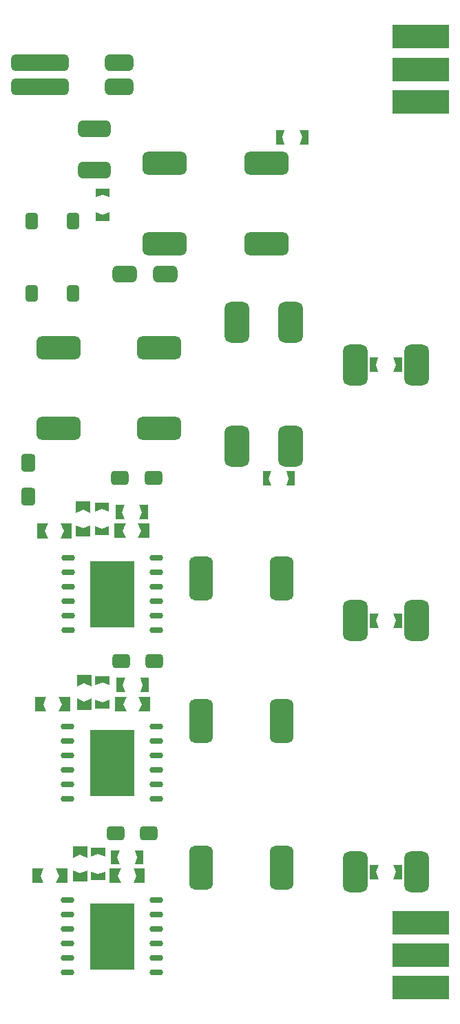
<source format=gtp>
G04 Layer_Color=8421504*
%FSLAX24Y24*%
%MOIN*%
G70*
G01*
G75*
G04:AMPARAMS|DCode=11|XSize=80mil|YSize=60mil|CornerRadius=15mil|HoleSize=0mil|Usage=FLASHONLY|Rotation=90.000|XOffset=0mil|YOffset=0mil|HoleType=Round|Shape=RoundedRectangle|*
%AMROUNDEDRECTD11*
21,1,0.0800,0.0300,0,0,90.0*
21,1,0.0500,0.0600,0,0,90.0*
1,1,0.0300,0.0150,0.0250*
1,1,0.0300,0.0150,-0.0250*
1,1,0.0300,-0.0150,-0.0250*
1,1,0.0300,-0.0150,0.0250*
%
%ADD11ROUNDEDRECTD11*%
G04:AMPARAMS|DCode=14|XSize=196.9mil|YSize=118.1mil|CornerRadius=29.5mil|HoleSize=0mil|Usage=FLASHONLY|Rotation=270.000|XOffset=0mil|YOffset=0mil|HoleType=Round|Shape=RoundedRectangle|*
%AMROUNDEDRECTD14*
21,1,0.1969,0.0591,0,0,270.0*
21,1,0.1378,0.1181,0,0,270.0*
1,1,0.0591,-0.0295,-0.0689*
1,1,0.0591,-0.0295,0.0689*
1,1,0.0591,0.0295,0.0689*
1,1,0.0591,0.0295,-0.0689*
%
%ADD14ROUNDEDRECTD14*%
%ADD15O,0.0669X0.0280*%
%ADD16R,0.2169X0.3209*%
G04:AMPARAMS|DCode=17|XSize=78.7mil|YSize=157.5mil|CornerRadius=19.7mil|HoleSize=0mil|Usage=FLASHONLY|Rotation=90.000|XOffset=0mil|YOffset=0mil|HoleType=Round|Shape=RoundedRectangle|*
%AMROUNDEDRECTD17*
21,1,0.0787,0.1181,0,0,90.0*
21,1,0.0394,0.1575,0,0,90.0*
1,1,0.0394,0.0591,0.0197*
1,1,0.0394,0.0591,-0.0197*
1,1,0.0394,-0.0591,-0.0197*
1,1,0.0394,-0.0591,0.0197*
%
%ADD17ROUNDEDRECTD17*%
G04:AMPARAMS|DCode=18|XSize=212.6mil|YSize=114.2mil|CornerRadius=28.5mil|HoleSize=0mil|Usage=FLASHONLY|Rotation=270.000|XOffset=0mil|YOffset=0mil|HoleType=Round|Shape=RoundedRectangle|*
%AMROUNDEDRECTD18*
21,1,0.2126,0.0571,0,0,270.0*
21,1,0.1555,0.1142,0,0,270.0*
1,1,0.0571,-0.0285,-0.0778*
1,1,0.0571,-0.0285,0.0778*
1,1,0.0571,0.0285,0.0778*
1,1,0.0571,0.0285,-0.0778*
%
%ADD18ROUNDEDRECTD18*%
G04:AMPARAMS|DCode=19|XSize=212.6mil|YSize=114.2mil|CornerRadius=28.5mil|HoleSize=0mil|Usage=FLASHONLY|Rotation=180.000|XOffset=0mil|YOffset=0mil|HoleType=Round|Shape=RoundedRectangle|*
%AMROUNDEDRECTD19*
21,1,0.2126,0.0571,0,0,180.0*
21,1,0.1555,0.1142,0,0,180.0*
1,1,0.0571,-0.0778,0.0285*
1,1,0.0571,0.0778,0.0285*
1,1,0.0571,0.0778,-0.0285*
1,1,0.0571,-0.0778,-0.0285*
%
%ADD19ROUNDEDRECTD19*%
G04:AMPARAMS|DCode=23|XSize=78.7mil|YSize=118.1mil|CornerRadius=19.7mil|HoleSize=0mil|Usage=FLASHONLY|Rotation=90.000|XOffset=0mil|YOffset=0mil|HoleType=Round|Shape=RoundedRectangle|*
%AMROUNDEDRECTD23*
21,1,0.0787,0.0787,0,0,90.0*
21,1,0.0394,0.1181,0,0,90.0*
1,1,0.0394,0.0394,0.0197*
1,1,0.0394,0.0394,-0.0197*
1,1,0.0394,-0.0394,-0.0197*
1,1,0.0394,-0.0394,0.0197*
%
%ADD23ROUNDEDRECTD23*%
G04:AMPARAMS|DCode=24|XSize=86.6mil|YSize=68.9mil|CornerRadius=17.2mil|HoleSize=0mil|Usage=FLASHONLY|Rotation=180.000|XOffset=0mil|YOffset=0mil|HoleType=Round|Shape=RoundedRectangle|*
%AMROUNDEDRECTD24*
21,1,0.0866,0.0344,0,0,180.0*
21,1,0.0522,0.0689,0,0,180.0*
1,1,0.0344,-0.0261,0.0172*
1,1,0.0344,0.0261,0.0172*
1,1,0.0344,0.0261,-0.0172*
1,1,0.0344,-0.0261,-0.0172*
%
%ADD24ROUNDEDRECTD24*%
G04:AMPARAMS|DCode=25|XSize=86.6mil|YSize=68.9mil|CornerRadius=17.2mil|HoleSize=0mil|Usage=FLASHONLY|Rotation=270.000|XOffset=0mil|YOffset=0mil|HoleType=Round|Shape=RoundedRectangle|*
%AMROUNDEDRECTD25*
21,1,0.0866,0.0344,0,0,270.0*
21,1,0.0522,0.0689,0,0,270.0*
1,1,0.0344,-0.0172,-0.0261*
1,1,0.0344,-0.0172,0.0261*
1,1,0.0344,0.0172,0.0261*
1,1,0.0344,0.0172,-0.0261*
%
%ADD25ROUNDEDRECTD25*%
%ADD26R,0.2756X0.1181*%
G04:AMPARAMS|DCode=27|XSize=137.8mil|YSize=78.7mil|CornerRadius=19.7mil|HoleSize=0mil|Usage=FLASHONLY|Rotation=0.000|XOffset=0mil|YOffset=0mil|HoleType=Round|Shape=RoundedRectangle|*
%AMROUNDEDRECTD27*
21,1,0.1378,0.0394,0,0,0.0*
21,1,0.0984,0.0787,0,0,0.0*
1,1,0.0394,0.0492,-0.0197*
1,1,0.0394,-0.0492,-0.0197*
1,1,0.0394,-0.0492,0.0197*
1,1,0.0394,0.0492,0.0197*
%
%ADD27ROUNDEDRECTD27*%
G04:AMPARAMS|DCode=28|XSize=279.5mil|YSize=78.7mil|CornerRadius=19.7mil|HoleSize=0mil|Usage=FLASHONLY|Rotation=0.000|XOffset=0mil|YOffset=0mil|HoleType=Round|Shape=RoundedRectangle|*
%AMROUNDEDRECTD28*
21,1,0.2795,0.0394,0,0,0.0*
21,1,0.2402,0.0787,0,0,0.0*
1,1,0.0394,0.1201,-0.0197*
1,1,0.0394,-0.1201,-0.0197*
1,1,0.0394,-0.1201,0.0197*
1,1,0.0394,0.1201,0.0197*
%
%ADD28ROUNDEDRECTD28*%
G04:AMPARAMS|DCode=29|XSize=118.1mil|YSize=196.9mil|CornerRadius=29.5mil|HoleSize=0mil|Usage=FLASHONLY|Rotation=0.000|XOffset=0mil|YOffset=0mil|HoleType=Round|Shape=RoundedRectangle|*
%AMROUNDEDRECTD29*
21,1,0.1181,0.1378,0,0,0.0*
21,1,0.0591,0.1969,0,0,0.0*
1,1,0.0591,0.0295,-0.0689*
1,1,0.0591,-0.0295,-0.0689*
1,1,0.0591,-0.0295,0.0689*
1,1,0.0591,0.0295,0.0689*
%
%ADD29ROUNDEDRECTD29*%
G36*
X48789Y58012D02*
X48376D01*
X48494Y58356D01*
X48376Y58701D01*
X48789D01*
Y58012D01*
D02*
G37*
G36*
X47530Y58356D02*
X47648Y58012D01*
X47234D01*
Y58701D01*
X47648D01*
X47530Y58356D01*
D02*
G37*
G36*
X39173Y55453D02*
X38829Y55571D01*
X38484Y55453D01*
Y55866D01*
X39173D01*
Y55453D01*
D02*
G37*
G36*
Y54311D02*
X38484D01*
Y54724D01*
X38829Y54606D01*
X39173Y54724D01*
Y54311D01*
D02*
G37*
G36*
X53317Y46998D02*
X52904D01*
X53022Y47343D01*
X52904Y47687D01*
X53317D01*
Y46998D01*
D02*
G37*
G36*
X52057Y47343D02*
X52175Y46998D01*
X51762D01*
Y47687D01*
X52175D01*
X52057Y47343D01*
D02*
G37*
G36*
X48140Y41506D02*
X47726D01*
X47844Y41850D01*
X47726Y42195D01*
X48140D01*
Y41506D01*
D02*
G37*
G36*
X46880Y41850D02*
X46998Y41506D01*
X46585D01*
Y42195D01*
X46998D01*
X46880Y41850D01*
D02*
G37*
G36*
X39144Y40246D02*
X38799Y40364D01*
X38455Y40246D01*
Y40659D01*
X39144D01*
Y40246D01*
D02*
G37*
G36*
X38248Y40167D02*
X37894Y40325D01*
X37539Y40167D01*
Y40718D01*
X38248D01*
Y40167D01*
D02*
G37*
G36*
X41024Y39862D02*
X40610D01*
X40728Y40207D01*
X40610Y40551D01*
X41024D01*
Y39862D01*
D02*
G37*
G36*
X39764Y40207D02*
X39882Y39862D01*
X39469D01*
Y40551D01*
X39882D01*
X39764Y40207D01*
D02*
G37*
G36*
X38248Y39026D02*
X37539D01*
Y39577D01*
X37894Y39419D01*
X38248Y39577D01*
Y39026D01*
D02*
G37*
G36*
X39144Y39104D02*
X38455D01*
Y39518D01*
X38799Y39400D01*
X39144Y39518D01*
Y39104D01*
D02*
G37*
G36*
X41093Y38957D02*
X40541D01*
X40699Y39311D01*
X40541Y39665D01*
X41093D01*
Y38957D01*
D02*
G37*
G36*
X39793Y39311D02*
X39951Y38957D01*
X39400D01*
Y39665D01*
X39951D01*
X39793Y39311D01*
D02*
G37*
G36*
X37343Y38947D02*
X36791D01*
X36949Y39301D01*
X36791Y39656D01*
X37343D01*
Y38947D01*
D02*
G37*
G36*
X36043Y39301D02*
X36201Y38947D01*
X35650D01*
Y39656D01*
X36201D01*
X36043Y39301D01*
D02*
G37*
G36*
X53327Y34606D02*
X52913D01*
X53032Y34951D01*
X52913Y35295D01*
X53327D01*
Y34606D01*
D02*
G37*
G36*
X52067Y34951D02*
X52185Y34606D01*
X51772D01*
Y35295D01*
X52185D01*
X52067Y34951D01*
D02*
G37*
G36*
X39163Y31850D02*
X38819Y31969D01*
X38474Y31850D01*
Y32264D01*
X39163D01*
Y31850D01*
D02*
G37*
G36*
X38297Y31781D02*
X37943Y31939D01*
X37589Y31781D01*
Y32333D01*
X38297D01*
Y31781D01*
D02*
G37*
G36*
X41063Y31496D02*
X40650D01*
X40768Y31841D01*
X40650Y32185D01*
X41063D01*
Y31496D01*
D02*
G37*
G36*
X39803Y31841D02*
X39921Y31496D01*
X39508D01*
Y32185D01*
X39921D01*
X39803Y31841D01*
D02*
G37*
G36*
X38297Y30640D02*
X37589D01*
Y31191D01*
X37943Y31033D01*
X38297Y31191D01*
Y30640D01*
D02*
G37*
G36*
X39163Y30709D02*
X38474D01*
Y31122D01*
X38819Y31004D01*
X39163Y31122D01*
Y30709D01*
D02*
G37*
G36*
X37254Y30561D02*
X36703D01*
X36860Y30915D01*
X36703Y31270D01*
X37254D01*
Y30561D01*
D02*
G37*
G36*
X35955Y30915D02*
X36112Y30561D01*
X35561D01*
Y31270D01*
X36112D01*
X35955Y30915D01*
D02*
G37*
G36*
X41132Y30561D02*
X40581D01*
X40738Y30915D01*
X40581Y31270D01*
X41132D01*
Y30561D01*
D02*
G37*
G36*
X39833Y30915D02*
X39990Y30561D01*
X39439D01*
Y31270D01*
X39990D01*
X39833Y30915D01*
D02*
G37*
G36*
X38957Y23543D02*
X38612Y23661D01*
X38268Y23543D01*
Y23957D01*
X38957D01*
Y23543D01*
D02*
G37*
G36*
X38091Y23474D02*
X37736Y23632D01*
X37382Y23474D01*
Y24026D01*
X38091D01*
Y23474D01*
D02*
G37*
G36*
X40797Y23159D02*
X40384D01*
X40502Y23504D01*
X40384Y23848D01*
X40797D01*
Y23159D01*
D02*
G37*
G36*
X39537Y23504D02*
X39656Y23159D01*
X39242D01*
Y23848D01*
X39656D01*
X39537Y23504D01*
D02*
G37*
G36*
X38091Y22333D02*
X37382D01*
Y22884D01*
X37736Y22726D01*
X38091Y22884D01*
Y22333D01*
D02*
G37*
G36*
X38957Y22402D02*
X38268D01*
Y22815D01*
X38612Y22697D01*
X38957Y22815D01*
Y22402D01*
D02*
G37*
G36*
X53327Y22441D02*
X52913D01*
X53032Y22785D01*
X52913Y23130D01*
X53327D01*
Y22441D01*
D02*
G37*
G36*
X52067Y22785D02*
X52185Y22441D01*
X51772D01*
Y23130D01*
X52185D01*
X52067Y22785D01*
D02*
G37*
G36*
X40866Y22254D02*
X40315D01*
X40472Y22608D01*
X40315Y22963D01*
X40866D01*
Y22254D01*
D02*
G37*
G36*
X39567Y22608D02*
X39724Y22254D01*
X39173D01*
Y22963D01*
X39724D01*
X39567Y22608D01*
D02*
G37*
G36*
X37116Y22254D02*
X36565D01*
X36722Y22608D01*
X36565Y22963D01*
X37116D01*
Y22254D01*
D02*
G37*
G36*
X35817Y22608D02*
X35974Y22254D01*
X35423D01*
Y22963D01*
X35974D01*
X35817Y22608D01*
D02*
G37*
D11*
X37413Y50797D02*
D03*
Y54297D02*
D03*
X35413Y50797D02*
D03*
Y54297D02*
D03*
D14*
X47933Y43417D02*
D03*
Y49417D02*
D03*
X45335Y43417D02*
D03*
Y49417D02*
D03*
D15*
X37146Y21437D02*
D03*
Y20736D02*
D03*
Y20035D02*
D03*
Y19335D02*
D03*
Y18634D02*
D03*
Y17933D02*
D03*
X41437Y21437D02*
D03*
Y20736D02*
D03*
Y20035D02*
D03*
Y19335D02*
D03*
Y18634D02*
D03*
Y17933D02*
D03*
X37146Y29843D02*
D03*
Y29142D02*
D03*
Y28441D02*
D03*
Y27740D02*
D03*
Y27039D02*
D03*
Y26339D02*
D03*
X41437Y29843D02*
D03*
Y29142D02*
D03*
Y28441D02*
D03*
Y27740D02*
D03*
Y27039D02*
D03*
Y26339D02*
D03*
X37156Y38002D02*
D03*
Y37301D02*
D03*
Y36600D02*
D03*
Y35900D02*
D03*
Y35199D02*
D03*
Y34498D02*
D03*
X41447Y38002D02*
D03*
Y37301D02*
D03*
Y36600D02*
D03*
Y35900D02*
D03*
Y35199D02*
D03*
Y34498D02*
D03*
D16*
X39291Y19675D02*
D03*
X39291Y28081D02*
D03*
X39301Y36240D02*
D03*
D17*
X38445Y58772D02*
D03*
Y56772D02*
D03*
D18*
X43593Y22992D02*
D03*
X47490D02*
D03*
X43593Y30098D02*
D03*
X47490D02*
D03*
X43593Y36998D02*
D03*
X47490D02*
D03*
D19*
X41831Y57106D02*
D03*
Y53209D02*
D03*
X41575Y48169D02*
D03*
Y44272D02*
D03*
X36693Y48169D02*
D03*
Y44272D02*
D03*
X46772Y57106D02*
D03*
Y53209D02*
D03*
D23*
X41880Y51732D02*
D03*
X39911D02*
D03*
D24*
X39449Y24675D02*
D03*
X41063D02*
D03*
X39724Y32992D02*
D03*
X41339D02*
D03*
X39675Y41870D02*
D03*
X41289D02*
D03*
D25*
X35217Y40984D02*
D03*
Y42598D02*
D03*
D26*
X54242Y20344D02*
D03*
Y18780D02*
D03*
Y60079D02*
D03*
Y61644D02*
D03*
Y17205D02*
D03*
Y63228D02*
D03*
D27*
X39626Y60797D02*
D03*
Y61978D02*
D03*
D28*
X35807Y60797D02*
D03*
Y61978D02*
D03*
D29*
X51073Y22785D02*
D03*
X54026D02*
D03*
X51073Y34951D02*
D03*
X54026D02*
D03*
X51073Y47343D02*
D03*
X54026D02*
D03*
M02*

</source>
